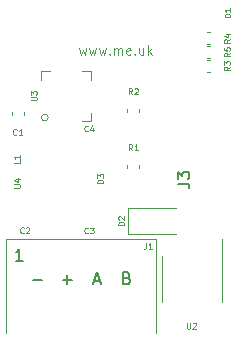
<source format=gbr>
%TF.GenerationSoftware,KiCad,Pcbnew,(6.0.0-0)*%
%TF.CreationDate,2021-12-31T08:15:02+00:00*%
%TF.ProjectId,Keypad,4b657970-6164-42e6-9b69-6361645f7063,5*%
%TF.SameCoordinates,Original*%
%TF.FileFunction,Legend,Top*%
%TF.FilePolarity,Positive*%
%FSLAX46Y46*%
G04 Gerber Fmt 4.6, Leading zero omitted, Abs format (unit mm)*
G04 Created by KiCad (PCBNEW (6.0.0-0)) date 2021-12-31 08:15:02*
%MOMM*%
%LPD*%
G01*
G04 APERTURE LIST*
%ADD10C,0.150000*%
%ADD11C,0.100000*%
%ADD12C,0.080000*%
%ADD13C,0.120000*%
G04 APERTURE END LIST*
D10*
X122019047Y-119071428D02*
X122780952Y-119071428D01*
X129971428Y-118928571D02*
X130114285Y-118976190D01*
X130161904Y-119023809D01*
X130209523Y-119119047D01*
X130209523Y-119261904D01*
X130161904Y-119357142D01*
X130114285Y-119404761D01*
X130019047Y-119452380D01*
X129638095Y-119452380D01*
X129638095Y-118452380D01*
X129971428Y-118452380D01*
X130066666Y-118500000D01*
X130114285Y-118547619D01*
X130161904Y-118642857D01*
X130161904Y-118738095D01*
X130114285Y-118833333D01*
X130066666Y-118880952D01*
X129971428Y-118928571D01*
X129638095Y-118928571D01*
X124519047Y-119071428D02*
X125280952Y-119071428D01*
X124900000Y-119452380D02*
X124900000Y-118690476D01*
X127161904Y-119166666D02*
X127638095Y-119166666D01*
X127066666Y-119452380D02*
X127400000Y-118452380D01*
X127733333Y-119452380D01*
D11*
X125914285Y-99478571D02*
X126066666Y-100011904D01*
X126219047Y-99630952D01*
X126371428Y-100011904D01*
X126523809Y-99478571D01*
X126752380Y-99478571D02*
X126904761Y-100011904D01*
X127057142Y-99630952D01*
X127209523Y-100011904D01*
X127361904Y-99478571D01*
X127590476Y-99478571D02*
X127742857Y-100011904D01*
X127895238Y-99630952D01*
X128047619Y-100011904D01*
X128200000Y-99478571D01*
X128504761Y-99935714D02*
X128542857Y-99973809D01*
X128504761Y-100011904D01*
X128466666Y-99973809D01*
X128504761Y-99935714D01*
X128504761Y-100011904D01*
X128885714Y-100011904D02*
X128885714Y-99478571D01*
X128885714Y-99554761D02*
X128923809Y-99516666D01*
X129000000Y-99478571D01*
X129114285Y-99478571D01*
X129190476Y-99516666D01*
X129228571Y-99592857D01*
X129228571Y-100011904D01*
X129228571Y-99592857D02*
X129266666Y-99516666D01*
X129342857Y-99478571D01*
X129457142Y-99478571D01*
X129533333Y-99516666D01*
X129571428Y-99592857D01*
X129571428Y-100011904D01*
X130257142Y-99973809D02*
X130180952Y-100011904D01*
X130028571Y-100011904D01*
X129952380Y-99973809D01*
X129914285Y-99897619D01*
X129914285Y-99592857D01*
X129952380Y-99516666D01*
X130028571Y-99478571D01*
X130180952Y-99478571D01*
X130257142Y-99516666D01*
X130295238Y-99592857D01*
X130295238Y-99669047D01*
X129914285Y-99745238D01*
X130638095Y-99935714D02*
X130676190Y-99973809D01*
X130638095Y-100011904D01*
X130600000Y-99973809D01*
X130638095Y-99935714D01*
X130638095Y-100011904D01*
X131361904Y-99478571D02*
X131361904Y-100011904D01*
X131019047Y-99478571D02*
X131019047Y-99897619D01*
X131057142Y-99973809D01*
X131133333Y-100011904D01*
X131247619Y-100011904D01*
X131323809Y-99973809D01*
X131361904Y-99935714D01*
X131742857Y-100011904D02*
X131742857Y-99211904D01*
X131819047Y-99707142D02*
X132047619Y-100011904D01*
X132047619Y-99478571D02*
X131742857Y-99783333D01*
D12*
%TO.C,R1*%
X130416666Y-108126190D02*
X130250000Y-107888095D01*
X130130952Y-108126190D02*
X130130952Y-107626190D01*
X130321428Y-107626190D01*
X130369047Y-107650000D01*
X130392857Y-107673809D01*
X130416666Y-107721428D01*
X130416666Y-107792857D01*
X130392857Y-107840476D01*
X130369047Y-107864285D01*
X130321428Y-107888095D01*
X130130952Y-107888095D01*
X130892857Y-108126190D02*
X130607142Y-108126190D01*
X130750000Y-108126190D02*
X130750000Y-107626190D01*
X130702380Y-107697619D01*
X130654761Y-107745238D01*
X130607142Y-107769047D01*
D10*
%TO.C,J3*%
X134252380Y-110933333D02*
X134966666Y-110933333D01*
X135109523Y-110980952D01*
X135204761Y-111076190D01*
X135252380Y-111219047D01*
X135252380Y-111314285D01*
X134252380Y-110552380D02*
X134252380Y-109933333D01*
X134633333Y-110266666D01*
X134633333Y-110123809D01*
X134680952Y-110028571D01*
X134728571Y-109980952D01*
X134823809Y-109933333D01*
X135061904Y-109933333D01*
X135157142Y-109980952D01*
X135204761Y-110028571D01*
X135252380Y-110123809D01*
X135252380Y-110409523D01*
X135204761Y-110504761D01*
X135157142Y-110552380D01*
D12*
%TO.C,J1*%
X131583333Y-115976190D02*
X131583333Y-116333333D01*
X131559523Y-116404761D01*
X131511904Y-116452380D01*
X131440476Y-116476190D01*
X131392857Y-116476190D01*
X132083333Y-116476190D02*
X131797619Y-116476190D01*
X131940476Y-116476190D02*
X131940476Y-115976190D01*
X131892857Y-116047619D01*
X131845238Y-116095238D01*
X131797619Y-116119047D01*
D10*
X121135714Y-117452380D02*
X120564285Y-117452380D01*
X120850000Y-117452380D02*
X120850000Y-116452380D01*
X120754761Y-116595238D01*
X120659523Y-116690476D01*
X120564285Y-116738095D01*
D12*
%TO.C,U2*%
X135019047Y-122726190D02*
X135019047Y-123130952D01*
X135042857Y-123178571D01*
X135066666Y-123202380D01*
X135114285Y-123226190D01*
X135209523Y-123226190D01*
X135257142Y-123202380D01*
X135280952Y-123178571D01*
X135304761Y-123130952D01*
X135304761Y-122726190D01*
X135519047Y-122773809D02*
X135542857Y-122750000D01*
X135590476Y-122726190D01*
X135709523Y-122726190D01*
X135757142Y-122750000D01*
X135780952Y-122773809D01*
X135804761Y-122821428D01*
X135804761Y-122869047D01*
X135780952Y-122940476D01*
X135495238Y-123226190D01*
X135804761Y-123226190D01*
%TO.C,U3*%
X121826190Y-103880952D02*
X122230952Y-103880952D01*
X122278571Y-103857142D01*
X122302380Y-103833333D01*
X122326190Y-103785714D01*
X122326190Y-103690476D01*
X122302380Y-103642857D01*
X122278571Y-103619047D01*
X122230952Y-103595238D01*
X121826190Y-103595238D01*
X121826190Y-103404761D02*
X121826190Y-103095238D01*
X122016666Y-103261904D01*
X122016666Y-103190476D01*
X122040476Y-103142857D01*
X122064285Y-103119047D01*
X122111904Y-103095238D01*
X122230952Y-103095238D01*
X122278571Y-103119047D01*
X122302380Y-103142857D01*
X122326190Y-103190476D01*
X122326190Y-103333333D01*
X122302380Y-103380952D01*
X122278571Y-103404761D01*
%TO.C,R2*%
X130416666Y-103376190D02*
X130250000Y-103138095D01*
X130130952Y-103376190D02*
X130130952Y-102876190D01*
X130321428Y-102876190D01*
X130369047Y-102900000D01*
X130392857Y-102923809D01*
X130416666Y-102971428D01*
X130416666Y-103042857D01*
X130392857Y-103090476D01*
X130369047Y-103114285D01*
X130321428Y-103138095D01*
X130130952Y-103138095D01*
X130607142Y-102923809D02*
X130630952Y-102900000D01*
X130678571Y-102876190D01*
X130797619Y-102876190D01*
X130845238Y-102900000D01*
X130869047Y-102923809D01*
X130892857Y-102971428D01*
X130892857Y-103019047D01*
X130869047Y-103090476D01*
X130583333Y-103376190D01*
X130892857Y-103376190D01*
%TO.C,R3*%
X138676190Y-101033333D02*
X138438095Y-101200000D01*
X138676190Y-101319047D02*
X138176190Y-101319047D01*
X138176190Y-101128571D01*
X138200000Y-101080952D01*
X138223809Y-101057142D01*
X138271428Y-101033333D01*
X138342857Y-101033333D01*
X138390476Y-101057142D01*
X138414285Y-101080952D01*
X138438095Y-101128571D01*
X138438095Y-101319047D01*
X138176190Y-100866666D02*
X138176190Y-100557142D01*
X138366666Y-100723809D01*
X138366666Y-100652380D01*
X138390476Y-100604761D01*
X138414285Y-100580952D01*
X138461904Y-100557142D01*
X138580952Y-100557142D01*
X138628571Y-100580952D01*
X138652380Y-100604761D01*
X138676190Y-100652380D01*
X138676190Y-100795238D01*
X138652380Y-100842857D01*
X138628571Y-100866666D01*
%TO.C,R4*%
X138676190Y-98733333D02*
X138438095Y-98900000D01*
X138676190Y-99019047D02*
X138176190Y-99019047D01*
X138176190Y-98828571D01*
X138200000Y-98780952D01*
X138223809Y-98757142D01*
X138271428Y-98733333D01*
X138342857Y-98733333D01*
X138390476Y-98757142D01*
X138414285Y-98780952D01*
X138438095Y-98828571D01*
X138438095Y-99019047D01*
X138342857Y-98304761D02*
X138676190Y-98304761D01*
X138152380Y-98423809D02*
X138509523Y-98542857D01*
X138509523Y-98233333D01*
%TO.C,R5*%
X138676190Y-99883333D02*
X138438095Y-100050000D01*
X138676190Y-100169047D02*
X138176190Y-100169047D01*
X138176190Y-99978571D01*
X138200000Y-99930952D01*
X138223809Y-99907142D01*
X138271428Y-99883333D01*
X138342857Y-99883333D01*
X138390476Y-99907142D01*
X138414285Y-99930952D01*
X138438095Y-99978571D01*
X138438095Y-100169047D01*
X138176190Y-99430952D02*
X138176190Y-99669047D01*
X138414285Y-99692857D01*
X138390476Y-99669047D01*
X138366666Y-99621428D01*
X138366666Y-99502380D01*
X138390476Y-99454761D01*
X138414285Y-99430952D01*
X138461904Y-99407142D01*
X138580952Y-99407142D01*
X138628571Y-99430952D01*
X138652380Y-99454761D01*
X138676190Y-99502380D01*
X138676190Y-99621428D01*
X138652380Y-99669047D01*
X138628571Y-99692857D01*
%TO.C,D1*%
X138726190Y-96869047D02*
X138226190Y-96869047D01*
X138226190Y-96750000D01*
X138250000Y-96678571D01*
X138297619Y-96630952D01*
X138345238Y-96607142D01*
X138440476Y-96583333D01*
X138511904Y-96583333D01*
X138607142Y-96607142D01*
X138654761Y-96630952D01*
X138702380Y-96678571D01*
X138726190Y-96750000D01*
X138726190Y-96869047D01*
X138726190Y-96107142D02*
X138726190Y-96392857D01*
X138726190Y-96250000D02*
X138226190Y-96250000D01*
X138297619Y-96297619D01*
X138345238Y-96345238D01*
X138369047Y-96392857D01*
%TO.C,D2*%
X129726190Y-114469047D02*
X129226190Y-114469047D01*
X129226190Y-114350000D01*
X129250000Y-114278571D01*
X129297619Y-114230952D01*
X129345238Y-114207142D01*
X129440476Y-114183333D01*
X129511904Y-114183333D01*
X129607142Y-114207142D01*
X129654761Y-114230952D01*
X129702380Y-114278571D01*
X129726190Y-114350000D01*
X129726190Y-114469047D01*
X129273809Y-113992857D02*
X129250000Y-113969047D01*
X129226190Y-113921428D01*
X129226190Y-113802380D01*
X129250000Y-113754761D01*
X129273809Y-113730952D01*
X129321428Y-113707142D01*
X129369047Y-113707142D01*
X129440476Y-113730952D01*
X129726190Y-114016666D01*
X129726190Y-113707142D01*
%TO.C,C1*%
X120616666Y-106778571D02*
X120592857Y-106802380D01*
X120521428Y-106826190D01*
X120473809Y-106826190D01*
X120402380Y-106802380D01*
X120354761Y-106754761D01*
X120330952Y-106707142D01*
X120307142Y-106611904D01*
X120307142Y-106540476D01*
X120330952Y-106445238D01*
X120354761Y-106397619D01*
X120402380Y-106350000D01*
X120473809Y-106326190D01*
X120521428Y-106326190D01*
X120592857Y-106350000D01*
X120616666Y-106373809D01*
X121092857Y-106826190D02*
X120807142Y-106826190D01*
X120950000Y-106826190D02*
X120950000Y-106326190D01*
X120902380Y-106397619D01*
X120854761Y-106445238D01*
X120807142Y-106469047D01*
%TO.C,C2*%
X121226666Y-115088571D02*
X121202857Y-115112380D01*
X121131428Y-115136190D01*
X121083809Y-115136190D01*
X121012380Y-115112380D01*
X120964761Y-115064761D01*
X120940952Y-115017142D01*
X120917142Y-114921904D01*
X120917142Y-114850476D01*
X120940952Y-114755238D01*
X120964761Y-114707619D01*
X121012380Y-114660000D01*
X121083809Y-114636190D01*
X121131428Y-114636190D01*
X121202857Y-114660000D01*
X121226666Y-114683809D01*
X121417142Y-114683809D02*
X121440952Y-114660000D01*
X121488571Y-114636190D01*
X121607619Y-114636190D01*
X121655238Y-114660000D01*
X121679047Y-114683809D01*
X121702857Y-114731428D01*
X121702857Y-114779047D01*
X121679047Y-114850476D01*
X121393333Y-115136190D01*
X121702857Y-115136190D01*
%TO.C,C3*%
X126656666Y-115108571D02*
X126632857Y-115132380D01*
X126561428Y-115156190D01*
X126513809Y-115156190D01*
X126442380Y-115132380D01*
X126394761Y-115084761D01*
X126370952Y-115037142D01*
X126347142Y-114941904D01*
X126347142Y-114870476D01*
X126370952Y-114775238D01*
X126394761Y-114727619D01*
X126442380Y-114680000D01*
X126513809Y-114656190D01*
X126561428Y-114656190D01*
X126632857Y-114680000D01*
X126656666Y-114703809D01*
X126823333Y-114656190D02*
X127132857Y-114656190D01*
X126966190Y-114846666D01*
X127037619Y-114846666D01*
X127085238Y-114870476D01*
X127109047Y-114894285D01*
X127132857Y-114941904D01*
X127132857Y-115060952D01*
X127109047Y-115108571D01*
X127085238Y-115132380D01*
X127037619Y-115156190D01*
X126894761Y-115156190D01*
X126847142Y-115132380D01*
X126823333Y-115108571D01*
%TO.C,C4*%
X126656666Y-106478571D02*
X126632857Y-106502380D01*
X126561428Y-106526190D01*
X126513809Y-106526190D01*
X126442380Y-106502380D01*
X126394761Y-106454761D01*
X126370952Y-106407142D01*
X126347142Y-106311904D01*
X126347142Y-106240476D01*
X126370952Y-106145238D01*
X126394761Y-106097619D01*
X126442380Y-106050000D01*
X126513809Y-106026190D01*
X126561428Y-106026190D01*
X126632857Y-106050000D01*
X126656666Y-106073809D01*
X127085238Y-106192857D02*
X127085238Y-106526190D01*
X126966190Y-106002380D02*
X126847142Y-106359523D01*
X127156666Y-106359523D01*
%TO.C,D3*%
X127956190Y-110899047D02*
X127456190Y-110899047D01*
X127456190Y-110780000D01*
X127480000Y-110708571D01*
X127527619Y-110660952D01*
X127575238Y-110637142D01*
X127670476Y-110613333D01*
X127741904Y-110613333D01*
X127837142Y-110637142D01*
X127884761Y-110660952D01*
X127932380Y-110708571D01*
X127956190Y-110780000D01*
X127956190Y-110899047D01*
X127456190Y-110446666D02*
X127456190Y-110137142D01*
X127646666Y-110303809D01*
X127646666Y-110232380D01*
X127670476Y-110184761D01*
X127694285Y-110160952D01*
X127741904Y-110137142D01*
X127860952Y-110137142D01*
X127908571Y-110160952D01*
X127932380Y-110184761D01*
X127956190Y-110232380D01*
X127956190Y-110375238D01*
X127932380Y-110422857D01*
X127908571Y-110446666D01*
%TO.C,L1*%
X120876190Y-108983333D02*
X120876190Y-109221428D01*
X120376190Y-109221428D01*
X120876190Y-108554761D02*
X120876190Y-108840476D01*
X120876190Y-108697619D02*
X120376190Y-108697619D01*
X120447619Y-108745238D01*
X120495238Y-108792857D01*
X120519047Y-108840476D01*
D11*
%TO.C,U4*%
X120416190Y-111280952D02*
X120820952Y-111280952D01*
X120868571Y-111257142D01*
X120892380Y-111233333D01*
X120916190Y-111185714D01*
X120916190Y-111090476D01*
X120892380Y-111042857D01*
X120868571Y-111019047D01*
X120820952Y-110995238D01*
X120416190Y-110995238D01*
X120582857Y-110542857D02*
X120916190Y-110542857D01*
X120392380Y-110661904D02*
X120749523Y-110780952D01*
X120749523Y-110471428D01*
D13*
%TO.C,R1*%
X131010000Y-109359420D02*
X131010000Y-109640580D01*
X129990000Y-109359420D02*
X129990000Y-109640580D01*
%TO.C,J1*%
X119750000Y-115600000D02*
X119750000Y-123600000D01*
X132450000Y-115600000D02*
X132450000Y-123600000D01*
X119750000Y-115600000D02*
X132450000Y-115600000D01*
%TO.C,U2*%
X138010000Y-119050000D02*
X138010000Y-121000000D01*
X132890000Y-119050000D02*
X132890000Y-121000000D01*
X132890000Y-119050000D02*
X132890000Y-117100000D01*
X138010000Y-119050000D02*
X138010000Y-115600000D01*
%TO.C,U3*%
X126910000Y-101440000D02*
X126185000Y-101440000D01*
X122690000Y-102165000D02*
X122690000Y-101440000D01*
X126910000Y-104935000D02*
X126910000Y-105660000D01*
X122690000Y-101440000D02*
X123415000Y-101440000D01*
X126910000Y-102165000D02*
X126910000Y-101440000D01*
X126910000Y-105660000D02*
X126185000Y-105660000D01*
X123282843Y-105350000D02*
G75*
G03*
X123282843Y-105350000I-282843J0D01*
G01*
%TO.C,R2*%
X129990000Y-104609420D02*
X129990000Y-104890580D01*
X131010000Y-104609420D02*
X131010000Y-104890580D01*
%TO.C,R3*%
X136990580Y-101460000D02*
X136709420Y-101460000D01*
X136990580Y-100440000D02*
X136709420Y-100440000D01*
%TO.C,R4*%
X136990580Y-98140000D02*
X136709420Y-98140000D01*
X136990580Y-99160000D02*
X136709420Y-99160000D01*
%TO.C,R5*%
X136990580Y-99290000D02*
X136709420Y-99290000D01*
X136990580Y-100310000D02*
X136709420Y-100310000D01*
%TO.C,D2*%
X130040000Y-112965000D02*
X130040000Y-115235000D01*
X130040000Y-115235000D02*
X134100000Y-115235000D01*
X134100000Y-112965000D02*
X130040000Y-112965000D01*
%TO.C,C1*%
X120190000Y-105140580D02*
X120190000Y-104859420D01*
X121210000Y-105140580D02*
X121210000Y-104859420D01*
%TD*%
M02*

</source>
